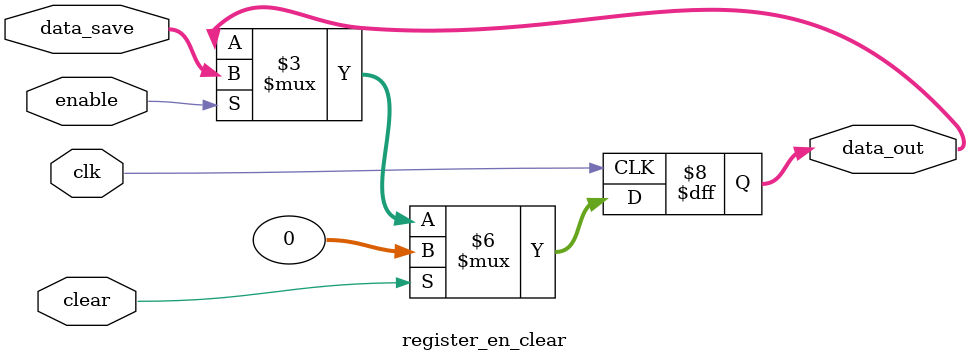
<source format=sv>
module register_en_clear # (
    parameter WIDTH = 32
) (
    input logic clk,
    input logic enable,
    input logic clear,
    input logic [WIDTH-1:0] data_save,
    output logic [WIDTH-1:0] data_out = 0
);
    // logic [WIDTH-1:0] data = 0;

    always @(posedge clk) begin
        if (clear) begin
            // data <= 0;
            data_out <= 0;
        end
        else if (enable) begin
            // data <= data_save;
            data_out <= data_save;
        end
    end
endmodule

</source>
